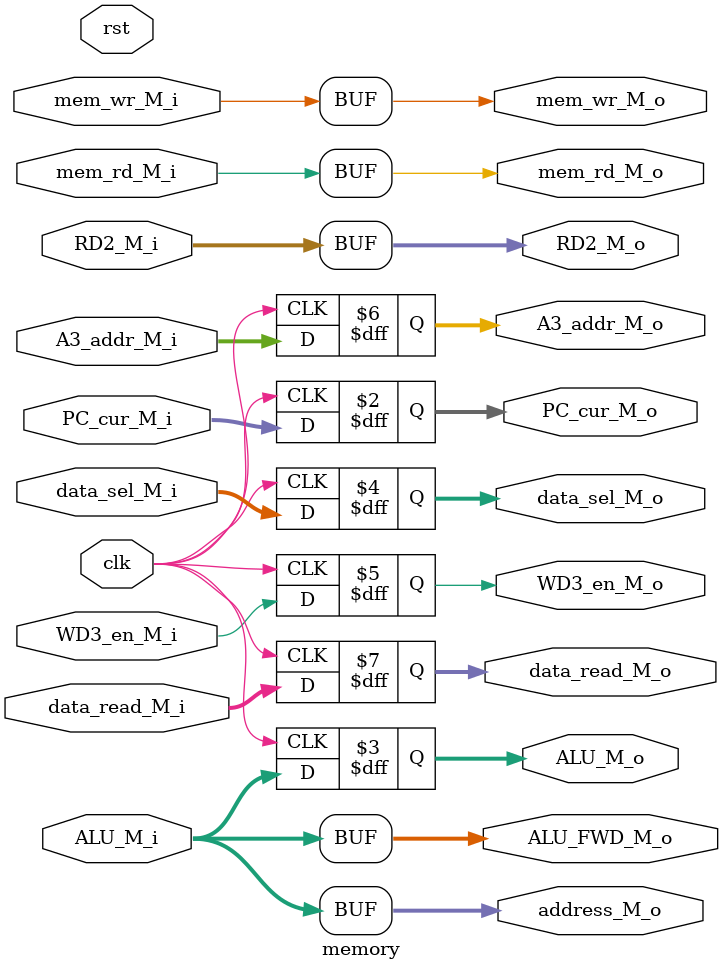
<source format=sv>
module memory (
    input               clk,
    input               rst,

    input logic [1:0]  data_sel_M_i,  

    input logic        WD3_en_M_i, 
    input logic [4:0]  A3_addr_M_i, 

    input logic        mem_rd_M_i, 
    input logic        mem_wr_M_i,  
    
    input logic [31:0] data_read_M_i,

    
    // Datapath inputs
    input logic [31:0] RD2_M_i,
    input logic [31:0] ALU_M_i,
    input logic [31:0] PC_cur_M_i,

    //Datapath outputs
    output logic [31:0] RD2_M_o,
    output logic [31:0] address_M_o,
    
    //Control outputs
    output logic        mem_rd_M_o, 
    output logic        mem_wr_M_o,
    
    //pipeline output
    output logic [31:0] PC_cur_M_o,
    output logic [31:0] ALU_M_o,

    output logic [1:0]  data_sel_M_o,  

    output logic        WD3_en_M_o, 
    output logic [4:0]  A3_addr_M_o,
    
    output logic [31:0] data_read_M_o,
    
    //Hazard
    output logic [31:0] ALU_FWD_M_o
    
);


    //To data memory
    assign RD2_M_o = RD2_M_i;
    assign address_M_o = ALU_M_i;
    assign mem_rd_M_o = mem_rd_M_i;
    assign mem_wr_M_o = mem_wr_M_i;
    
    //Hazard forwarding
    assign ALU_FWD_M_o = ALU_M_i;
    
    //Pipeline logic
    always_ff @(posedge clk) begin
            PC_cur_M_o <= PC_cur_M_i;
            ALU_M_o <= ALU_M_i;
            data_sel_M_o <= data_sel_M_i;
            WD3_en_M_o <= WD3_en_M_i;
            A3_addr_M_o <= A3_addr_M_i;
            data_read_M_o <= data_read_M_i;
    end
endmodule
</source>
